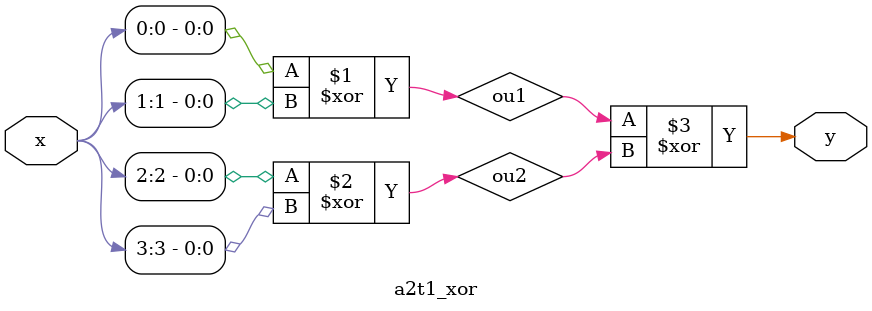
<source format=v>
`timescale 1ps/1ps
module a2t1_xor (
    input [3:0] x,
    output y
);
    wire ou1,ou2;
    xor u1(ou1,x[0],x[1]); xor u2(ou2,x[2],x[3]);
    xor u3(y,ou1,ou2);
endmodule
</source>
